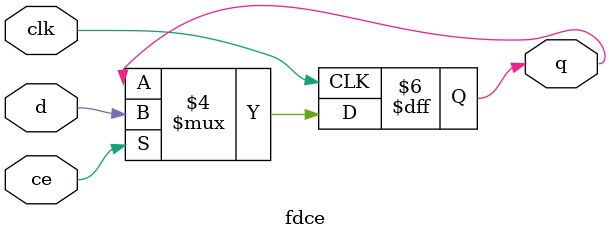
<source format=v>
`timescale 1ns / 1ps
module fdce(q,clk,ce,d);
    input d,clk,ce;
    output reg q;
initial begin q=0; end
always @ (posedge (clk)) begin
 if (ce)
  q <= d;
 else 
 q<= q ;
end
endmodule
</source>
